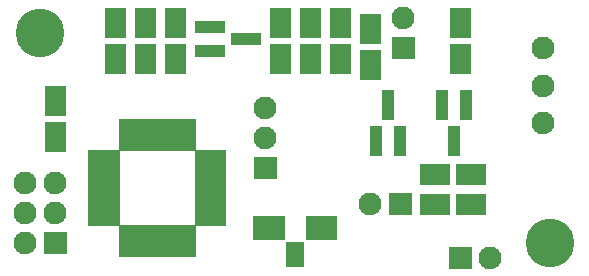
<source format=gts>
G04 start of page 6 for group -4063 idx -4063 *
G04 Title: (unknown), componentmask *
G04 Creator: pcb 20140316 *
G04 CreationDate: Fri 04 Sep 2020 02:51:09 AM GMT UTC *
G04 For: thomasc *
G04 Format: Gerber/RS-274X *
G04 PCB-Dimensions (mil): 2000.00 1000.00 *
G04 PCB-Coordinate-Origin: lower left *
%MOIN*%
%FSLAX25Y25*%
%LNTOPMASK*%
%ADD50R,0.0400X0.0400*%
%ADD49R,0.0700X0.0700*%
%ADD48R,0.0600X0.0600*%
%ADD47R,0.0800X0.0800*%
%ADD46R,0.0357X0.0357*%
%ADD45C,0.1620*%
%ADD44C,0.0001*%
%ADD43C,0.0760*%
G54D43*X182500Y67500D03*
Y80000D03*
Y55000D03*
G54D44*G36*
X132200Y83800D02*Y76200D01*
X139800D01*
Y83800D01*
X132200D01*
G37*
G54D43*X136000Y90000D03*
X10000Y15000D03*
Y25000D03*
Y35000D03*
G54D44*G36*
X16200Y18800D02*Y11200D01*
X23800D01*
Y18800D01*
X16200D01*
G37*
G54D43*X20000Y25000D03*
Y35000D03*
G54D44*G36*
X131200Y31800D02*Y24200D01*
X138800D01*
Y31800D01*
X131200D01*
G37*
G36*
X151200Y13800D02*Y6200D01*
X158800D01*
Y13800D01*
X151200D01*
G37*
G54D43*X165000Y10000D03*
X125000Y28000D03*
G54D44*G36*
X86200Y43800D02*Y36200D01*
X93800D01*
Y43800D01*
X86200D01*
G37*
G54D43*X90000Y50000D03*
Y60000D03*
G54D45*X15000Y85000D03*
X185000Y15000D03*
G54D46*X65000Y19154D02*Y12067D01*
X61850Y19154D02*Y12067D01*
X58701Y19154D02*Y12067D01*
X55551Y19154D02*Y12067D01*
X52402Y19154D02*Y12067D01*
X49252Y19154D02*Y12067D01*
X46102Y19154D02*Y12067D01*
X42953Y19154D02*Y12067D01*
G54D47*X90000Y20000D02*X92500D01*
X107500D02*X110000D01*
G54D48*X100000Y12500D02*Y10000D01*
G54D46*X68150Y34902D02*X75236D01*
X68150Y31752D02*X75236D01*
X68150Y28602D02*X75236D01*
X68150Y25453D02*X75236D01*
X68150Y44350D02*X75236D01*
X68150Y41201D02*X75236D01*
X68150Y38051D02*X75236D01*
X68150Y22303D02*X75236D01*
X32717D02*X39803D01*
X32717Y25453D02*X39803D01*
X32717Y28602D02*X39803D01*
X32717Y31752D02*X39803D01*
X32717Y34902D02*X39803D01*
X32717Y38051D02*X39803D01*
X32717Y41201D02*X39803D01*
X46102Y54587D02*Y47500D01*
X49252Y54587D02*Y47500D01*
X52402Y54587D02*Y47500D01*
X55551Y54587D02*Y47500D01*
X58701Y54587D02*Y47500D01*
X61850Y54587D02*Y47500D01*
X65000Y54587D02*Y47500D01*
G54D49*X20000Y52000D02*Y49000D01*
Y64000D02*Y61000D01*
G54D46*X32717Y44350D02*X39803D01*
X42953Y54587D02*Y47500D01*
G54D49*X40000Y78000D02*Y75000D01*
Y90000D02*Y87000D01*
X50000Y78000D02*Y75000D01*
Y90000D02*Y87000D01*
X60000Y78000D02*Y75000D01*
Y90000D02*Y87000D01*
X95000Y78000D02*Y75000D01*
X115000Y78000D02*Y75000D01*
G54D50*X68500Y79000D02*X74500D01*
G54D49*X155000Y78000D02*Y75000D01*
X125000Y76000D02*Y73000D01*
X95000Y90000D02*Y87000D01*
X115000Y90000D02*Y87000D01*
G54D50*X68500D02*X74500D01*
X80500Y83000D02*X86500D01*
G54D49*X155000Y90000D02*Y87000D01*
X125000Y88000D02*Y85000D01*
X105000Y78000D02*Y75000D01*
Y90000D02*Y87000D01*
G54D50*X127000Y52000D02*Y46000D01*
X135000Y52000D02*Y46000D01*
X131000Y64000D02*Y58000D01*
X157000Y64000D02*Y58000D01*
X149000Y64000D02*Y58000D01*
X153000Y52000D02*Y46000D01*
G54D49*X145000Y38000D02*X148000D01*
X145000Y28000D02*X148000D01*
X157000Y38000D02*X160000D01*
X157000Y28000D02*X160000D01*
M02*

</source>
